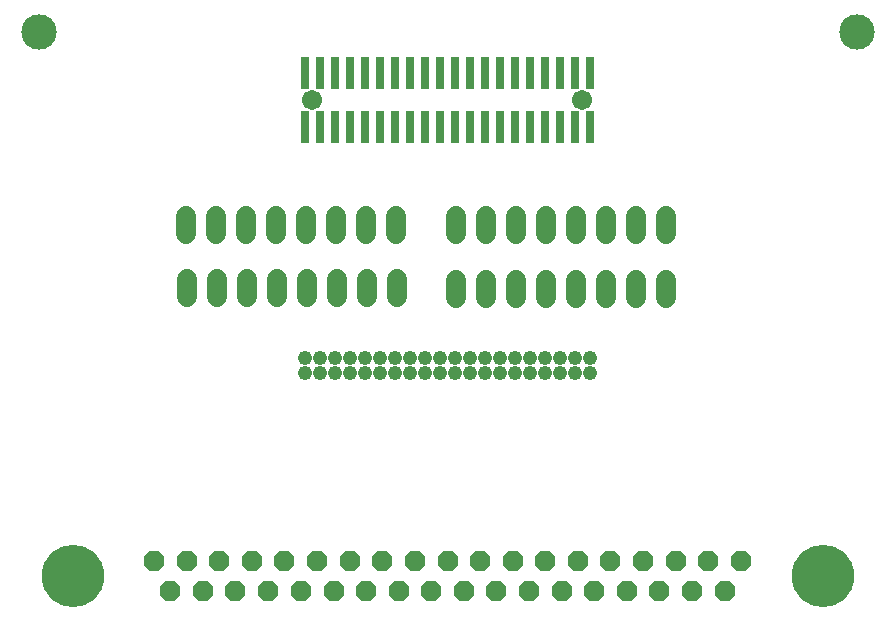
<source format=gbr>
G04 EAGLE Gerber RS-274X export*
G75*
%MOMM*%
%FSLAX34Y34*%
%LPD*%
%INSoldermask Top*%
%IPPOS*%
%AMOC8*
5,1,8,0,0,1.08239X$1,22.5*%
G01*
%ADD10C,3.003200*%
%ADD11P,1.869504X8X22.500000*%
%ADD12C,5.283200*%
%ADD13R,0.803200X2.703200*%
%ADD14C,1.703200*%
%ADD15C,1.244000*%
%ADD16C,1.727200*%


D10*
X263740Y841550D03*
X956500Y841590D03*
D11*
X858012Y393700D03*
X830326Y393700D03*
X802894Y393700D03*
X775208Y393700D03*
X747522Y393700D03*
X720090Y393700D03*
X692404Y393700D03*
X664718Y393700D03*
X637286Y393700D03*
X609600Y393700D03*
X581914Y393700D03*
X554482Y393700D03*
X526796Y393700D03*
X844296Y368300D03*
X816610Y368300D03*
X788924Y368300D03*
X761492Y368300D03*
X733806Y368300D03*
X706120Y368300D03*
X678688Y368300D03*
X651002Y368300D03*
X623316Y368300D03*
X595884Y368300D03*
X568198Y368300D03*
X540512Y368300D03*
X499110Y393700D03*
X471424Y393700D03*
X443992Y393700D03*
X416306Y393700D03*
X513080Y368300D03*
X485394Y368300D03*
X457708Y368300D03*
X430022Y368300D03*
X388620Y393700D03*
X361188Y393700D03*
X402590Y368300D03*
X374904Y368300D03*
D12*
X292100Y381000D03*
X927100Y381000D03*
D13*
X488820Y806910D03*
X501520Y806910D03*
X514220Y806910D03*
X526920Y806910D03*
X539620Y806910D03*
X552320Y806910D03*
X565020Y806910D03*
X577720Y806910D03*
X590420Y806910D03*
X603120Y806910D03*
X615820Y806910D03*
X628520Y806910D03*
X641220Y806910D03*
X653920Y806910D03*
X666620Y806910D03*
X679320Y806910D03*
X692020Y806910D03*
X704720Y806910D03*
X717420Y806910D03*
X730120Y806910D03*
X488820Y761410D03*
X501520Y761410D03*
X514220Y761410D03*
X526920Y761410D03*
X539620Y761410D03*
X552320Y761410D03*
X565020Y761410D03*
X577720Y761410D03*
X590420Y761410D03*
X603120Y761410D03*
X615820Y761410D03*
X628520Y761410D03*
X641220Y761410D03*
X653920Y761410D03*
X666620Y761410D03*
X679320Y761410D03*
X692020Y761410D03*
X704720Y761410D03*
X717420Y761410D03*
X730120Y761410D03*
D14*
X495170Y784160D03*
X723770Y784160D03*
D15*
X488950Y552450D03*
X488950Y565150D03*
X501650Y552450D03*
X501650Y565150D03*
X514350Y552450D03*
X514350Y565150D03*
X527050Y552450D03*
X527050Y565150D03*
X539750Y552450D03*
X539750Y565150D03*
X552450Y552450D03*
X552450Y565150D03*
X565150Y552450D03*
X565150Y565150D03*
X577850Y552450D03*
X577850Y565150D03*
X590550Y552450D03*
X590550Y565150D03*
X603250Y552450D03*
X603250Y565150D03*
X615950Y552450D03*
X615950Y565150D03*
X628650Y552450D03*
X628650Y565150D03*
X641350Y552450D03*
X641350Y565150D03*
X654050Y552450D03*
X654050Y565150D03*
X666750Y552450D03*
X666750Y565150D03*
X679450Y552450D03*
X679450Y565150D03*
X692150Y552450D03*
X692150Y565150D03*
X704850Y552450D03*
X704850Y565150D03*
X717550Y552450D03*
X717550Y565150D03*
X730250Y552450D03*
X730250Y565150D03*
D16*
X389000Y617380D02*
X389000Y632620D01*
X414400Y632620D02*
X414400Y617380D01*
X439800Y617380D02*
X439800Y632620D01*
X465200Y632620D02*
X465200Y617380D01*
X490600Y617380D02*
X490600Y632620D01*
X516000Y632620D02*
X516000Y617380D01*
X541400Y617380D02*
X541400Y632620D01*
X566800Y632620D02*
X566800Y617380D01*
X616400Y616680D02*
X616400Y631920D01*
X641800Y631920D02*
X641800Y616680D01*
X667200Y616680D02*
X667200Y631920D01*
X692600Y631920D02*
X692600Y616680D01*
X718000Y616680D02*
X718000Y631920D01*
X743400Y631920D02*
X743400Y616680D01*
X768800Y616680D02*
X768800Y631920D01*
X794200Y631920D02*
X794200Y616680D01*
X387800Y670280D02*
X387800Y685520D01*
X413200Y685520D02*
X413200Y670280D01*
X438600Y670280D02*
X438600Y685520D01*
X464000Y685520D02*
X464000Y670280D01*
X489400Y670280D02*
X489400Y685520D01*
X514800Y685520D02*
X514800Y670280D01*
X540200Y670280D02*
X540200Y685520D01*
X565600Y685520D02*
X565600Y670280D01*
X616400Y670780D02*
X616400Y686020D01*
X641800Y686020D02*
X641800Y670780D01*
X667200Y670780D02*
X667200Y686020D01*
X692600Y686020D02*
X692600Y670780D01*
X718000Y670780D02*
X718000Y686020D01*
X743400Y686020D02*
X743400Y670780D01*
X768800Y670780D02*
X768800Y686020D01*
X794200Y686020D02*
X794200Y670780D01*
M02*

</source>
